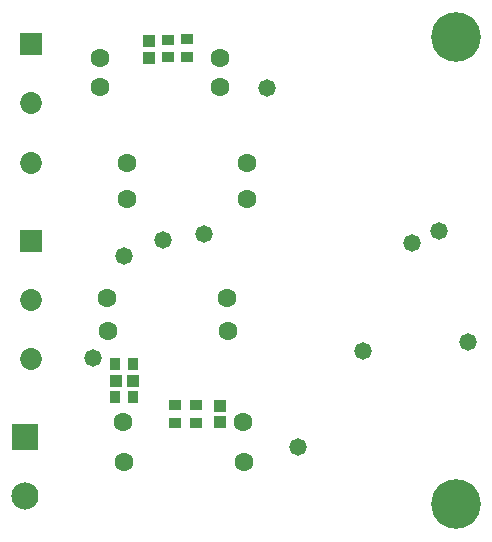
<source format=gbs>
G04*
G04 #@! TF.GenerationSoftware,Altium Limited,Altium Designer,18.1.7 (191)*
G04*
G04 Layer_Color=16711935*
%FSLAX25Y25*%
%MOIN*%
G70*
G01*
G75*
%ADD14R,0.03556X0.04343*%
%ADD17R,0.04343X0.03556*%
%ADD18R,0.04343X0.03950*%
%ADD21C,0.16548*%
%ADD22C,0.06312*%
%ADD23C,0.09068*%
%ADD24R,0.09068X0.09068*%
%ADD25C,0.07296*%
%ADD26R,0.07296X0.07296*%
%ADD27C,0.05800*%
%ADD46R,0.03950X0.04343*%
D14*
X153047Y364000D02*
D03*
X158953D02*
D03*
X158953Y375000D02*
D03*
X153047D02*
D03*
D17*
X170681Y483295D02*
D03*
Y477390D02*
D03*
X176819Y477547D02*
D03*
Y483453D02*
D03*
X180000Y355547D02*
D03*
Y361453D02*
D03*
X173000Y361453D02*
D03*
Y355547D02*
D03*
D18*
X164181Y482756D02*
D03*
Y477244D02*
D03*
X187803Y355744D02*
D03*
Y361256D02*
D03*
D21*
X266500Y328400D02*
D03*
Y484000D02*
D03*
D22*
X156000Y342500D02*
D03*
X196000D02*
D03*
X155500Y355658D02*
D03*
X195500D02*
D03*
X150681Y386000D02*
D03*
X190681D02*
D03*
X157000Y430000D02*
D03*
X197000D02*
D03*
X148000Y477256D02*
D03*
X188000D02*
D03*
X150216Y397000D02*
D03*
X190217D02*
D03*
X157000Y442130D02*
D03*
X197000D02*
D03*
X148000Y467500D02*
D03*
X188000D02*
D03*
D23*
X123000Y331157D02*
D03*
D24*
Y350842D02*
D03*
D25*
X125000Y442315D02*
D03*
Y462000D02*
D03*
Y396500D02*
D03*
Y376815D02*
D03*
D26*
Y481685D02*
D03*
Y416185D02*
D03*
D27*
X252000Y415500D02*
D03*
X169000Y416547D02*
D03*
X156000Y411000D02*
D03*
X145500Y377000D02*
D03*
X203500Y467000D02*
D03*
X261000Y419500D02*
D03*
X182500Y418500D02*
D03*
X270500Y382500D02*
D03*
X235500Y379500D02*
D03*
X214000Y347500D02*
D03*
D46*
X153294Y369500D02*
D03*
X158806D02*
D03*
M02*

</source>
